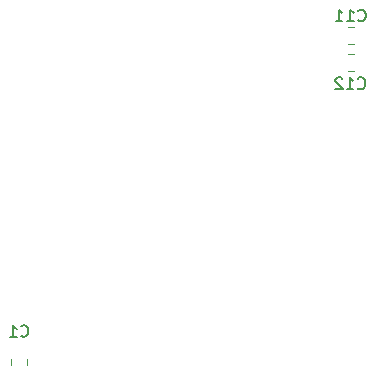
<source format=gbr>
G04 #@! TF.GenerationSoftware,KiCad,Pcbnew,(5.1.2)-1*
G04 #@! TF.CreationDate,2020-11-05T23:01:01+01:00*
G04 #@! TF.ProjectId,szakdolgozat,737a616b-646f-46c6-976f-7a61742e6b69,rev?*
G04 #@! TF.SameCoordinates,Original*
G04 #@! TF.FileFunction,Legend,Bot*
G04 #@! TF.FilePolarity,Positive*
%FSLAX46Y46*%
G04 Gerber Fmt 4.6, Leading zero omitted, Abs format (unit mm)*
G04 Created by KiCad (PCBNEW (5.1.2)-1) date 2020-11-05 23:01:01*
%MOMM*%
%LPD*%
G04 APERTURE LIST*
%ADD10C,0.120000*%
%ADD11C,0.150000*%
G04 APERTURE END LIST*
D10*
X133656000Y-84030452D02*
X133656000Y-83507948D01*
X135076000Y-84030452D02*
X135076000Y-83507948D01*
X162694252Y-56818600D02*
X162171748Y-56818600D01*
X162694252Y-55398600D02*
X162171748Y-55398600D01*
X162694252Y-57684600D02*
X162171748Y-57684600D01*
X162694252Y-59104600D02*
X162171748Y-59104600D01*
D11*
X134532666Y-81535542D02*
X134580285Y-81583161D01*
X134723142Y-81630780D01*
X134818380Y-81630780D01*
X134961238Y-81583161D01*
X135056476Y-81487923D01*
X135104095Y-81392685D01*
X135151714Y-81202209D01*
X135151714Y-81059352D01*
X135104095Y-80868876D01*
X135056476Y-80773638D01*
X134961238Y-80678400D01*
X134818380Y-80630780D01*
X134723142Y-80630780D01*
X134580285Y-80678400D01*
X134532666Y-80726019D01*
X133580285Y-81630780D02*
X134151714Y-81630780D01*
X133866000Y-81630780D02*
X133866000Y-80630780D01*
X133961238Y-80773638D01*
X134056476Y-80868876D01*
X134151714Y-80916495D01*
X163075857Y-54815742D02*
X163123476Y-54863361D01*
X163266333Y-54910980D01*
X163361571Y-54910980D01*
X163504428Y-54863361D01*
X163599666Y-54768123D01*
X163647285Y-54672885D01*
X163694904Y-54482409D01*
X163694904Y-54339552D01*
X163647285Y-54149076D01*
X163599666Y-54053838D01*
X163504428Y-53958600D01*
X163361571Y-53910980D01*
X163266333Y-53910980D01*
X163123476Y-53958600D01*
X163075857Y-54006219D01*
X162123476Y-54910980D02*
X162694904Y-54910980D01*
X162409190Y-54910980D02*
X162409190Y-53910980D01*
X162504428Y-54053838D01*
X162599666Y-54149076D01*
X162694904Y-54196695D01*
X161171095Y-54910980D02*
X161742523Y-54910980D01*
X161456809Y-54910980D02*
X161456809Y-53910980D01*
X161552047Y-54053838D01*
X161647285Y-54149076D01*
X161742523Y-54196695D01*
X163050457Y-60555142D02*
X163098076Y-60602761D01*
X163240933Y-60650380D01*
X163336171Y-60650380D01*
X163479028Y-60602761D01*
X163574266Y-60507523D01*
X163621885Y-60412285D01*
X163669504Y-60221809D01*
X163669504Y-60078952D01*
X163621885Y-59888476D01*
X163574266Y-59793238D01*
X163479028Y-59698000D01*
X163336171Y-59650380D01*
X163240933Y-59650380D01*
X163098076Y-59698000D01*
X163050457Y-59745619D01*
X162098076Y-60650380D02*
X162669504Y-60650380D01*
X162383790Y-60650380D02*
X162383790Y-59650380D01*
X162479028Y-59793238D01*
X162574266Y-59888476D01*
X162669504Y-59936095D01*
X161717123Y-59745619D02*
X161669504Y-59698000D01*
X161574266Y-59650380D01*
X161336171Y-59650380D01*
X161240933Y-59698000D01*
X161193314Y-59745619D01*
X161145695Y-59840857D01*
X161145695Y-59936095D01*
X161193314Y-60078952D01*
X161764742Y-60650380D01*
X161145695Y-60650380D01*
M02*

</source>
